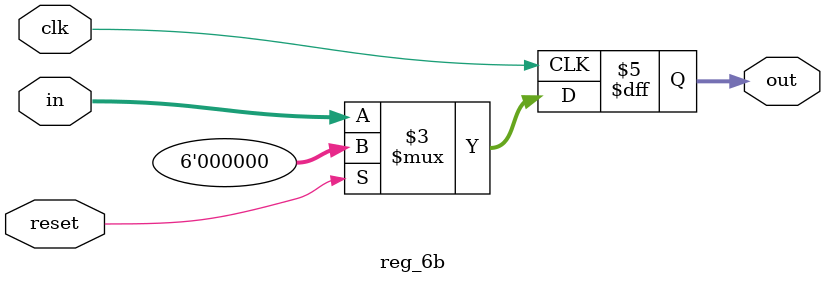
<source format=sv>
`timescale 1ns / 1ps


module reg_6b
(   input logic clk, reset,
    input logic [5:0] in,
    output logic [5:0] out
);

  always_ff @(posedge clk) begin
    if(reset) out <= 0;
    else out <= in;
  end

endmodule


</source>
